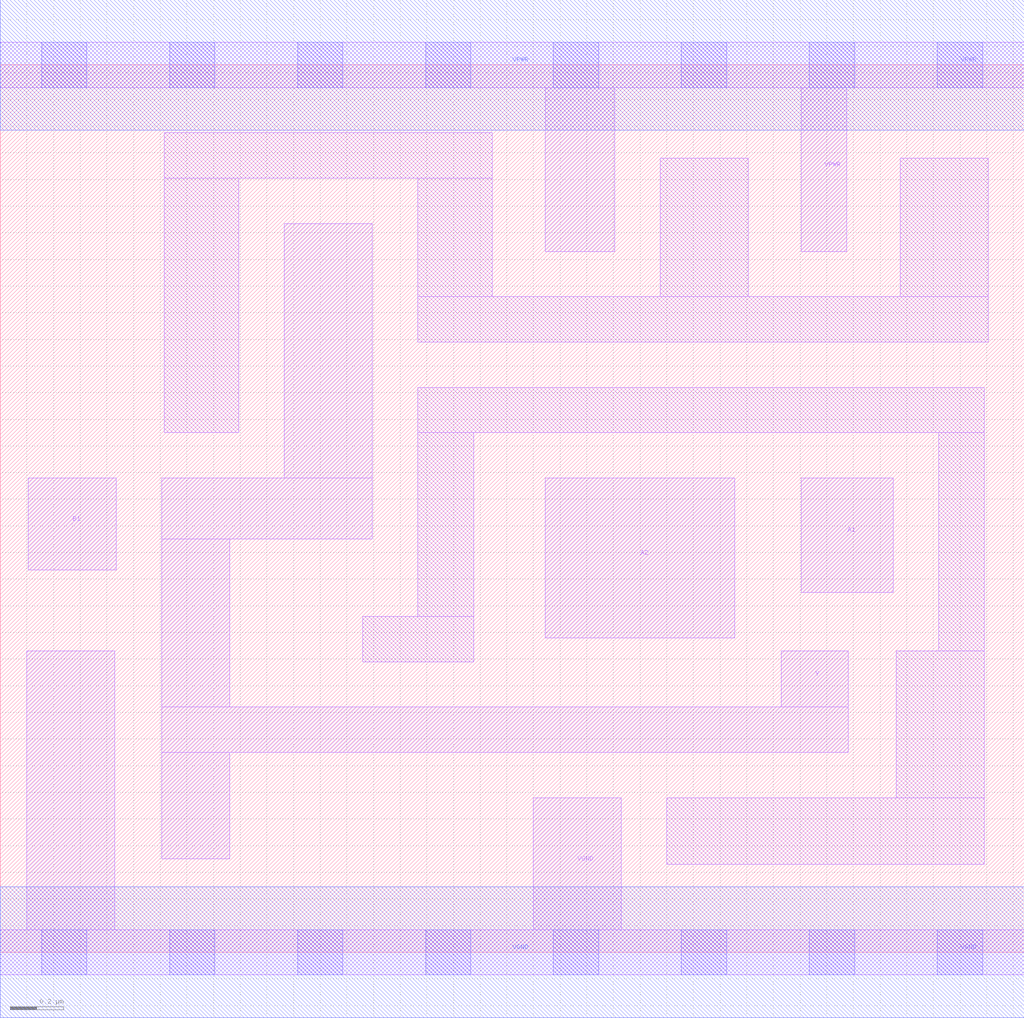
<source format=lef>
# Copyright 2020 The SkyWater PDK Authors
#
# Licensed under the Apache License, Version 2.0 (the "License");
# you may not use this file except in compliance with the License.
# You may obtain a copy of the License at
#
#     https://www.apache.org/licenses/LICENSE-2.0
#
# Unless required by applicable law or agreed to in writing, software
# distributed under the License is distributed on an "AS IS" BASIS,
# WITHOUT WARRANTIES OR CONDITIONS OF ANY KIND, either express or implied.
# See the License for the specific language governing permissions and
# limitations under the License.
#
# SPDX-License-Identifier: Apache-2.0

VERSION 5.7 ;
  NAMESCASESENSITIVE ON ;
  NOWIREEXTENSIONATPIN ON ;
  DIVIDERCHAR "/" ;
  BUSBITCHARS "[]" ;
UNITS
  DATABASE MICRONS 200 ;
END UNITS
MACRO sky130_fd_sc_ms__a21oi_2
  CLASS CORE ;
  SOURCE USER ;
  FOREIGN sky130_fd_sc_ms__a21oi_2 ;
  ORIGIN  0.000000  0.000000 ;
  SIZE  3.840000 BY  3.330000 ;
  SYMMETRY X Y ;
  SITE unit ;
  PIN A1
    ANTENNAGATEAREA  0.625200 ;
    DIRECTION INPUT ;
    USE SIGNAL ;
    PORT
      LAYER li1 ;
        RECT 3.005000 1.350000 3.350000 1.780000 ;
    END
  END A1
  PIN A2
    ANTENNAGATEAREA  0.625200 ;
    DIRECTION INPUT ;
    USE SIGNAL ;
    PORT
      LAYER li1 ;
        RECT 2.045000 1.180000 2.755000 1.780000 ;
    END
  END A2
  PIN B1
    ANTENNAGATEAREA  0.514200 ;
    DIRECTION INPUT ;
    USE SIGNAL ;
    PORT
      LAYER li1 ;
        RECT 0.105000 1.435000 0.435000 1.780000 ;
    END
  END B1
  PIN Y
    ANTENNADIFFAREA  0.705700 ;
    DIRECTION OUTPUT ;
    USE SIGNAL ;
    PORT
      LAYER li1 ;
        RECT 0.605000 0.350000 0.860000 0.750000 ;
        RECT 0.605000 0.750000 3.180000 0.920000 ;
        RECT 0.605000 0.920000 0.860000 1.550000 ;
        RECT 0.605000 1.550000 1.395000 1.780000 ;
        RECT 1.065000 1.780000 1.395000 2.735000 ;
        RECT 2.930000 0.920000 3.180000 1.130000 ;
    END
  END Y
  PIN VGND
    DIRECTION INOUT ;
    USE GROUND ;
    PORT
      LAYER li1 ;
        RECT 0.000000 -0.085000 3.840000 0.085000 ;
        RECT 0.100000  0.085000 0.430000 1.130000 ;
        RECT 2.000000  0.085000 2.330000 0.580000 ;
      LAYER mcon ;
        RECT 0.155000 -0.085000 0.325000 0.085000 ;
        RECT 0.635000 -0.085000 0.805000 0.085000 ;
        RECT 1.115000 -0.085000 1.285000 0.085000 ;
        RECT 1.595000 -0.085000 1.765000 0.085000 ;
        RECT 2.075000 -0.085000 2.245000 0.085000 ;
        RECT 2.555000 -0.085000 2.725000 0.085000 ;
        RECT 3.035000 -0.085000 3.205000 0.085000 ;
        RECT 3.515000 -0.085000 3.685000 0.085000 ;
      LAYER met1 ;
        RECT 0.000000 -0.245000 3.840000 0.245000 ;
    END
  END VGND
  PIN VPWR
    DIRECTION INOUT ;
    USE POWER ;
    PORT
      LAYER li1 ;
        RECT 0.000000 3.245000 3.840000 3.415000 ;
        RECT 2.045000 2.630000 2.305000 3.245000 ;
        RECT 3.005000 2.630000 3.175000 3.245000 ;
      LAYER mcon ;
        RECT 0.155000 3.245000 0.325000 3.415000 ;
        RECT 0.635000 3.245000 0.805000 3.415000 ;
        RECT 1.115000 3.245000 1.285000 3.415000 ;
        RECT 1.595000 3.245000 1.765000 3.415000 ;
        RECT 2.075000 3.245000 2.245000 3.415000 ;
        RECT 2.555000 3.245000 2.725000 3.415000 ;
        RECT 3.035000 3.245000 3.205000 3.415000 ;
        RECT 3.515000 3.245000 3.685000 3.415000 ;
      LAYER met1 ;
        RECT 0.000000 3.085000 3.840000 3.575000 ;
    END
  END VPWR
  OBS
    LAYER li1 ;
      RECT 0.615000 1.950000 0.895000 2.905000 ;
      RECT 0.615000 2.905000 1.845000 3.075000 ;
      RECT 1.360000 1.090000 1.775000 1.260000 ;
      RECT 1.565000 1.260000 1.775000 1.950000 ;
      RECT 1.565000 1.950000 3.690000 2.120000 ;
      RECT 1.565000 2.290000 3.705000 2.460000 ;
      RECT 1.565000 2.460000 1.845000 2.905000 ;
      RECT 2.475000 2.460000 2.805000 2.980000 ;
      RECT 2.500000 0.330000 3.690000 0.580000 ;
      RECT 3.360000 0.580000 3.690000 1.130000 ;
      RECT 3.375000 2.460000 3.705000 2.980000 ;
      RECT 3.520000 1.130000 3.690000 1.950000 ;
  END
END sky130_fd_sc_ms__a21oi_2

</source>
